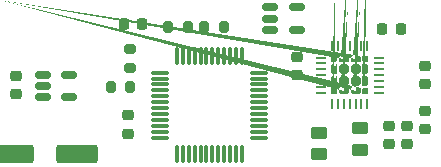
<source format=gtp>
G04 #@! TF.GenerationSoftware,KiCad,Pcbnew,(5.99.0-11678-ga208dac8d8)*
G04 #@! TF.CreationDate,2021-09-02T09:18:58-04:00*
G04 #@! TF.ProjectId,syringe_board,73797269-6e67-4655-9f62-6f6172642e6b,4.5*
G04 #@! TF.SameCoordinates,Original*
G04 #@! TF.FileFunction,Paste,Top*
G04 #@! TF.FilePolarity,Positive*
%FSLAX46Y46*%
G04 Gerber Fmt 4.6, Leading zero omitted, Abs format (unit mm)*
G04 Created by KiCad (PCBNEW (5.99.0-11678-ga208dac8d8)) date 2021-09-02 09:18:58*
%MOMM*%
%LPD*%
G01*
G04 APERTURE LIST*
G04 Aperture macros list*
%AMRoundRect*
0 Rectangle with rounded corners*
0 $1 Rounding radius*
0 $2 $3 $4 $5 $6 $7 $8 $9 X,Y pos of 4 corners*
0 Add a 4 corners polygon primitive as box body*
4,1,4,$2,$3,$4,$5,$6,$7,$8,$9,$2,$3,0*
0 Add four circle primitives for the rounded corners*
1,1,$1+$1,$2,$3*
1,1,$1+$1,$4,$5*
1,1,$1+$1,$6,$7*
1,1,$1+$1,$8,$9*
0 Add four rect primitives between the rounded corners*
20,1,$1+$1,$2,$3,$4,$5,0*
20,1,$1+$1,$4,$5,$6,$7,0*
20,1,$1+$1,$6,$7,$8,$9,0*
20,1,$1+$1,$8,$9,$2,$3,0*%
%AMFreePoly0*
4,1,51,0.197929,0.401159,0.201658,0.401817,0.204937,0.399924,0.216011,0.397971,0.232977,0.383735,0.252157,0.372661,0.254788,0.365433,0.260680,0.360489,0.264526,0.338678,0.272101,0.317866,0.272101,-0.317866,0.270148,-0.328940,0.270806,-0.332669,0.268913,-0.335948,0.266960,-0.347022,0.252724,-0.363988,0.241650,-0.383168,0.234422,-0.385799,0.229478,-0.391691,0.207667,-0.395537,
0.186855,-0.403112,-0.116234,-0.403112,-0.121446,-0.402193,-0.123663,-0.402787,-0.127060,-0.401203,-0.145390,-0.397971,-0.159647,-0.386008,-0.176512,-0.378144,-0.247133,-0.307524,-0.250168,-0.303189,-0.252157,-0.302041,-0.253439,-0.298518,-0.264114,-0.283273,-0.265736,-0.264734,-0.272101,-0.247246,-0.272101,0.247246,-0.271182,0.252459,-0.271776,0.254676,-0.270192,0.258073,-0.266960,0.276402,
-0.254997,0.290658,-0.247133,0.307524,-0.176512,0.378144,-0.172177,0.381179,-0.171029,0.383168,-0.167505,0.384451,-0.152260,0.395125,-0.133722,0.396747,-0.116234,0.403112,0.186855,0.403112,0.197929,0.401159,0.197929,0.401159,$1*%
%AMFreePoly1*
4,1,51,0.121446,0.402193,0.123663,0.402787,0.127060,0.401203,0.145390,0.397971,0.159647,0.386008,0.176512,0.378144,0.247132,0.307525,0.250168,0.303189,0.252157,0.302041,0.253440,0.298517,0.264114,0.283273,0.265736,0.264734,0.272101,0.247246,0.272101,-0.247246,0.271182,-0.252459,0.271776,-0.254677,0.270192,-0.258075,0.266960,-0.276402,0.254997,-0.290659,0.247132,-0.307525,
0.176512,-0.378144,0.172177,-0.381179,0.171029,-0.383168,0.167505,-0.384451,0.152260,-0.395125,0.133722,-0.396747,0.116234,-0.403112,-0.186855,-0.403112,-0.197929,-0.401159,-0.201658,-0.401817,-0.204937,-0.399924,-0.216011,-0.397971,-0.232977,-0.383735,-0.252157,-0.372661,-0.254788,-0.365433,-0.260680,-0.360489,-0.264526,-0.338678,-0.272101,-0.317866,-0.272101,0.317866,-0.270148,0.328940,
-0.270806,0.332669,-0.268913,0.335948,-0.266960,0.347022,-0.252724,0.363988,-0.241650,0.383168,-0.234422,0.385799,-0.229478,0.391691,-0.207667,0.395537,-0.186855,0.403112,0.116234,0.403112,0.121446,0.402193,0.121446,0.402193,$1*%
%AMFreePoly2*
4,1,51,0.252459,0.271182,0.254676,0.271776,0.258073,0.270192,0.276402,0.266960,0.290658,0.254997,0.307524,0.247133,0.378144,0.176512,0.381179,0.172177,0.383168,0.171029,0.384451,0.167505,0.395125,0.152260,0.396747,0.133722,0.403112,0.116234,0.403112,-0.186855,0.401159,-0.197929,0.401817,-0.201658,0.399924,-0.204937,0.397971,-0.216011,0.383735,-0.232977,0.372661,-0.252157,
0.365433,-0.254788,0.360489,-0.260680,0.338678,-0.264526,0.317866,-0.272101,-0.317866,-0.272101,-0.328940,-0.270148,-0.332669,-0.270806,-0.335948,-0.268913,-0.347022,-0.266960,-0.363988,-0.252724,-0.383168,-0.241650,-0.385799,-0.234422,-0.391691,-0.229478,-0.395537,-0.207667,-0.403112,-0.186855,-0.403112,0.116234,-0.402193,0.121446,-0.402787,0.123663,-0.401203,0.127060,-0.397971,0.145390,
-0.386008,0.159647,-0.378144,0.176512,-0.307525,0.247132,-0.303189,0.250168,-0.302041,0.252157,-0.298517,0.253440,-0.283273,0.264114,-0.264734,0.265736,-0.247246,0.272101,0.247246,0.272101,0.252459,0.271182,0.252459,0.271182,$1*%
%AMFreePoly3*
4,1,48,0.083774,0.269420,0.092342,0.270777,0.114772,0.259348,0.138717,0.251568,0.143817,0.244549,0.151545,0.240611,0.240611,0.151546,0.244550,0.143816,0.251568,0.138717,0.259348,0.114773,0.270777,0.092342,0.269420,0.083774,0.272101,0.075523,0.272101,-0.164589,0.266839,-0.180784,0.266839,-0.197812,0.256830,-0.211588,0.251568,-0.227783,0.237792,-0.237792,0.227783,-0.251568,
0.211588,-0.256830,0.197812,-0.266839,0.180784,-0.266839,0.164589,-0.272101,-0.164589,-0.272101,-0.180784,-0.266839,-0.197812,-0.266839,-0.211588,-0.256830,-0.227783,-0.251568,-0.237792,-0.237792,-0.251568,-0.227783,-0.256830,-0.211588,-0.266839,-0.197812,-0.266839,-0.180784,-0.272101,-0.164589,-0.272101,0.164589,-0.266839,0.180784,-0.266839,0.197812,-0.256830,0.211588,-0.251568,0.227783,
-0.237792,0.237792,-0.227783,0.251568,-0.211588,0.256830,-0.197812,0.266839,-0.180784,0.266839,-0.164589,0.272101,0.075523,0.272101,0.083774,0.269420,0.083774,0.269420,$1*%
%AMFreePoly4*
4,1,48,0.180784,0.266839,0.197812,0.266839,0.211588,0.256830,0.227783,0.251568,0.237792,0.237792,0.251568,0.227783,0.256830,0.211588,0.266839,0.197812,0.266839,0.180784,0.272101,0.164589,0.272101,-0.164589,0.266839,-0.180784,0.266839,-0.197812,0.256830,-0.211588,0.251568,-0.227783,0.237792,-0.237792,0.227783,-0.251568,0.211588,-0.256830,0.197812,-0.266839,0.180784,-0.266839,
0.164589,-0.272101,-0.164589,-0.272101,-0.180784,-0.266839,-0.197812,-0.266839,-0.211588,-0.256830,-0.227783,-0.251568,-0.237792,-0.237792,-0.251568,-0.227783,-0.256830,-0.211588,-0.266839,-0.197812,-0.266839,-0.180784,-0.272101,-0.164589,-0.272101,0.075523,-0.269420,0.083774,-0.270777,0.092342,-0.259348,0.114772,-0.251568,0.138717,-0.244549,0.143817,-0.240611,0.151545,-0.151546,0.240611,
-0.143816,0.244550,-0.138717,0.251568,-0.114773,0.259348,-0.092342,0.270777,-0.083774,0.269420,-0.075523,0.272101,0.164589,0.272101,0.180784,0.266839,0.180784,0.266839,$1*%
%AMFreePoly5*
4,1,51,0.328940,0.270148,0.332669,0.270806,0.335948,0.268913,0.347022,0.266960,0.363988,0.252724,0.383168,0.241650,0.385799,0.234422,0.391691,0.229478,0.395537,0.207667,0.403112,0.186855,0.403112,-0.116234,0.402193,-0.121446,0.402787,-0.123663,0.401203,-0.127060,0.397971,-0.145390,0.386008,-0.159647,0.378144,-0.176512,0.307524,-0.247133,0.303189,-0.250168,0.302041,-0.252157,
0.298518,-0.253439,0.283273,-0.264114,0.264734,-0.265736,0.247246,-0.272101,-0.247246,-0.272101,-0.252459,-0.271182,-0.254677,-0.271776,-0.258075,-0.270192,-0.276402,-0.266960,-0.290659,-0.254997,-0.307525,-0.247132,-0.378144,-0.176512,-0.381179,-0.172177,-0.383168,-0.171029,-0.384451,-0.167505,-0.395125,-0.152260,-0.396747,-0.133722,-0.403112,-0.116234,-0.403112,0.186855,-0.401159,0.197929,
-0.401817,0.201658,-0.399924,0.204937,-0.397971,0.216011,-0.383735,0.232977,-0.372661,0.252157,-0.365433,0.254788,-0.360489,0.260680,-0.338678,0.264526,-0.317866,0.272101,0.317866,0.272101,0.328940,0.270148,0.328940,0.270148,$1*%
%AMFreePoly6*
4,1,48,0.180784,0.266839,0.197812,0.266839,0.211588,0.256830,0.227783,0.251568,0.237792,0.237792,0.251568,0.227783,0.256830,0.211588,0.266839,0.197812,0.266839,0.180784,0.272101,0.164589,0.272101,-0.075523,0.269420,-0.083774,0.270777,-0.092342,0.259348,-0.114773,0.251568,-0.138717,0.244550,-0.143816,0.240611,-0.151546,0.151545,-0.240611,0.143817,-0.244549,0.138717,-0.251568,
0.114772,-0.259348,0.092342,-0.270777,0.083774,-0.269420,0.075523,-0.272101,-0.164589,-0.272101,-0.180784,-0.266839,-0.197812,-0.266839,-0.211588,-0.256830,-0.227783,-0.251568,-0.237792,-0.237792,-0.251568,-0.227783,-0.256830,-0.211588,-0.266839,-0.197812,-0.266839,-0.180784,-0.272101,-0.164589,-0.272101,0.164589,-0.266839,0.180784,-0.266839,0.197812,-0.256830,0.211588,-0.251568,0.227783,
-0.237792,0.237792,-0.227783,0.251568,-0.211588,0.256830,-0.197812,0.266839,-0.180784,0.266839,-0.164589,0.272101,0.164589,0.272101,0.180784,0.266839,0.180784,0.266839,$1*%
%AMFreePoly7*
4,1,48,0.180784,0.266839,0.197812,0.266839,0.211588,0.256830,0.227783,0.251568,0.237792,0.237792,0.251568,0.227783,0.256830,0.211588,0.266839,0.197812,0.266839,0.180784,0.272101,0.164589,0.272101,-0.164589,0.266839,-0.180784,0.266839,-0.197812,0.256830,-0.211588,0.251568,-0.227783,0.237792,-0.237792,0.227783,-0.251568,0.211588,-0.256830,0.197812,-0.266839,0.180784,-0.266839,
0.164589,-0.272101,-0.075523,-0.272101,-0.083774,-0.269420,-0.092342,-0.270777,-0.114773,-0.259348,-0.138717,-0.251568,-0.143816,-0.244550,-0.151546,-0.240611,-0.240611,-0.151545,-0.244549,-0.143817,-0.251568,-0.138717,-0.259348,-0.114772,-0.270777,-0.092342,-0.269420,-0.083774,-0.272101,-0.075523,-0.272101,0.164589,-0.266839,0.180784,-0.266839,0.197812,-0.256830,0.211588,-0.251568,0.227783,
-0.237792,0.237792,-0.227783,0.251568,-0.211588,0.256830,-0.197812,0.266839,-0.180784,0.266839,-0.164589,0.272101,0.164589,0.272101,0.180784,0.266839,0.180784,0.266839,$1*%
G04 Aperture macros list end*
%ADD10RoundRect,0.200000X0.200000X0.275000X-0.200000X0.275000X-0.200000X-0.275000X0.200000X-0.275000X0*%
%ADD11RoundRect,0.225000X0.250000X-0.225000X0.250000X0.225000X-0.250000X0.225000X-0.250000X-0.225000X0*%
%ADD12RoundRect,0.250000X0.450000X-0.262500X0.450000X0.262500X-0.450000X0.262500X-0.450000X-0.262500X0*%
%ADD13RoundRect,0.250000X-1.500000X-0.550000X1.500000X-0.550000X1.500000X0.550000X-1.500000X0.550000X0*%
%ADD14RoundRect,0.200000X-0.200000X-0.275000X0.200000X-0.275000X0.200000X0.275000X-0.200000X0.275000X0*%
%ADD15RoundRect,0.250000X-0.450000X0.262500X-0.450000X-0.262500X0.450000X-0.262500X0.450000X0.262500X0*%
%ADD16FreePoly0,180.000000*%
%ADD17FreePoly1,180.000000*%
%ADD18RoundRect,0.201557X0.201556X0.201556X-0.201556X0.201556X-0.201556X-0.201556X0.201556X-0.201556X0*%
%ADD19FreePoly2,180.000000*%
%ADD20FreePoly3,180.000000*%
%ADD21FreePoly4,180.000000*%
%ADD22FreePoly5,180.000000*%
%ADD23FreePoly6,180.000000*%
%ADD24FreePoly7,180.000000*%
%ADD25RoundRect,0.062500X0.337500X0.062500X-0.337500X0.062500X-0.337500X-0.062500X0.337500X-0.062500X0*%
%ADD26RoundRect,0.062500X0.062500X0.337500X-0.062500X0.337500X-0.062500X-0.337500X0.062500X-0.337500X0*%
%ADD27RoundRect,0.225000X-0.250000X0.225000X-0.250000X-0.225000X0.250000X-0.225000X0.250000X0.225000X0*%
%ADD28RoundRect,0.225000X0.225000X0.250000X-0.225000X0.250000X-0.225000X-0.250000X0.225000X-0.250000X0*%
%ADD29RoundRect,0.150000X-0.512500X-0.150000X0.512500X-0.150000X0.512500X0.150000X-0.512500X0.150000X0*%
%ADD30RoundRect,0.200000X-0.275000X0.200000X-0.275000X-0.200000X0.275000X-0.200000X0.275000X0.200000X0*%
%ADD31RoundRect,0.075000X0.075000X-0.662500X0.075000X0.662500X-0.075000X0.662500X-0.075000X-0.662500X0*%
%ADD32RoundRect,0.075000X0.662500X-0.075000X0.662500X0.075000X-0.662500X0.075000X-0.662500X-0.075000X0*%
G04 APERTURE END LIST*
D10*
X141922000Y-97000637D03*
X140272000Y-97000637D03*
D11*
X155888500Y-106955000D03*
X155888500Y-105405000D03*
X148100000Y-101075000D03*
X148100000Y-99525000D03*
D12*
X153500000Y-107412500D03*
X153500000Y-105587500D03*
D11*
X158936500Y-101875000D03*
X158936500Y-100325000D03*
D13*
X124100000Y-107797600D03*
X129500000Y-107797600D03*
D14*
X137224000Y-97000637D03*
X138874000Y-97000637D03*
D15*
X150012400Y-105970700D03*
X150012400Y-107795700D03*
D16*
X151249000Y-100600000D03*
D17*
X153924000Y-100600000D03*
D18*
X152086500Y-101600000D03*
D19*
X153086500Y-99762500D03*
D18*
X152086500Y-100600000D03*
D20*
X153924000Y-99762500D03*
D21*
X151249000Y-99762500D03*
D22*
X153086500Y-102437500D03*
D18*
X153086500Y-100600000D03*
D23*
X153924000Y-102437500D03*
D17*
X153924000Y-101600000D03*
D16*
X151249000Y-101600000D03*
D18*
X153086500Y-101600000D03*
D24*
X151249000Y-102437500D03*
D22*
X152086500Y-102437500D03*
D19*
X152086500Y-99762500D03*
D25*
X155036500Y-102600000D03*
X155036500Y-102100000D03*
X155036500Y-101600000D03*
X155036500Y-101100000D03*
X155036500Y-100600000D03*
X155036500Y-100100000D03*
X155036500Y-99600000D03*
D26*
X154086500Y-98650000D03*
X153586500Y-98650000D03*
X153086500Y-98650000D03*
X152586500Y-98650000D03*
X152086500Y-98650000D03*
X151586500Y-98650000D03*
X151086500Y-98650000D03*
D25*
X150136500Y-99600000D03*
X150136500Y-100100000D03*
X150136500Y-100600000D03*
X150136500Y-101100000D03*
X150136500Y-101600000D03*
X150136500Y-102100000D03*
X150136500Y-102600000D03*
D26*
X151086500Y-103550000D03*
X151586500Y-103550000D03*
X152086500Y-103550000D03*
X152586500Y-103550000D03*
X153086500Y-103550000D03*
X153586500Y-103550000D03*
X154086500Y-103550000D03*
D27*
X157412500Y-105405000D03*
X157412500Y-106955000D03*
D28*
X156917500Y-97163000D03*
X155367500Y-97163000D03*
D11*
X158936500Y-105685000D03*
X158936500Y-104135000D03*
D29*
X145862500Y-95350000D03*
X145862500Y-96300000D03*
X145862500Y-97250000D03*
X148137500Y-97250000D03*
X148137500Y-95350000D03*
D30*
X134000000Y-98875000D03*
X134000000Y-100525000D03*
D31*
X137966000Y-107794500D03*
X138466000Y-107794500D03*
X138966000Y-107794500D03*
X139466000Y-107794500D03*
X139966000Y-107794500D03*
X140466000Y-107794500D03*
X140966000Y-107794500D03*
X141466000Y-107794500D03*
X141966000Y-107794500D03*
X142466000Y-107794500D03*
X142966000Y-107794500D03*
X143466000Y-107794500D03*
D32*
X144878500Y-106382000D03*
X144878500Y-105882000D03*
X144878500Y-105382000D03*
X144878500Y-104882000D03*
X144878500Y-104382000D03*
X144878500Y-103882000D03*
X144878500Y-103382000D03*
X144878500Y-102882000D03*
X144878500Y-102382000D03*
X144878500Y-101882000D03*
X144878500Y-101382000D03*
X144878500Y-100882000D03*
D31*
X143466000Y-99469500D03*
X142966000Y-99469500D03*
X142466000Y-99469500D03*
X141966000Y-99469500D03*
X141466000Y-99469500D03*
X140966000Y-99469500D03*
X140466000Y-99469500D03*
X139966000Y-99469500D03*
X139466000Y-99469500D03*
X138966000Y-99469500D03*
X138466000Y-99469500D03*
X137966000Y-99469500D03*
D32*
X136553500Y-100882000D03*
X136553500Y-101382000D03*
X136553500Y-101882000D03*
X136553500Y-102382000D03*
X136553500Y-102882000D03*
X136553500Y-103382000D03*
X136553500Y-103882000D03*
X136553500Y-104382000D03*
X136553500Y-104882000D03*
X136553500Y-105382000D03*
X136553500Y-105882000D03*
X136553500Y-106382000D03*
D27*
X133858000Y-104508000D03*
X133858000Y-106058000D03*
D11*
X124350000Y-102695000D03*
X124350000Y-101145000D03*
D29*
X126592500Y-101050000D03*
X126592500Y-102000000D03*
X126592500Y-102950000D03*
X128867500Y-102950000D03*
X128867500Y-101050000D03*
D10*
X134025000Y-102108000D03*
X132375000Y-102108000D03*
D28*
X135025000Y-96750000D03*
X133475000Y-96750000D03*
M02*

</source>
